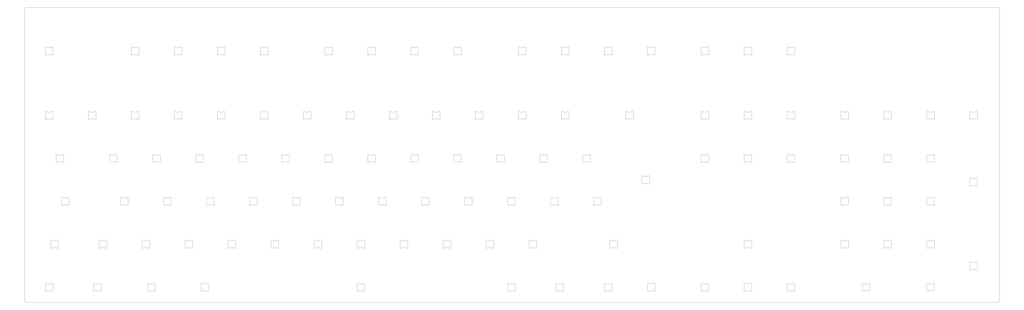
<source format=gm1>
%TF.GenerationSoftware,KiCad,Pcbnew,7.0.10*%
%TF.CreationDate,2024-01-14T19:19:27+05:30*%
%TF.ProjectId,kbd,6b62642e-6b69-4636-9164-5f7063625858,rev?*%
%TF.SameCoordinates,Original*%
%TF.FileFunction,Profile,NP*%
%FSLAX46Y46*%
G04 Gerber Fmt 4.6, Leading zero omitted, Abs format (unit mm)*
G04 Created by KiCad (PCBNEW 7.0.10) date 2024-01-14 19:19:27*
%MOMM*%
%LPD*%
G01*
G04 APERTURE LIST*
%TA.AperFunction,Profile*%
%ADD10C,0.100000*%
%TD*%
%TA.AperFunction,Profile*%
%ADD11C,0.120000*%
%TD*%
G04 APERTURE END LIST*
D10*
X515189985Y-235694927D02*
G75*
G03*
X516340072Y-234555000I10115J1139927D01*
G01*
X513715000Y-235695000D02*
X515189985Y-235694954D01*
X84375900Y-234555969D02*
G75*
G03*
X85515000Y-235695000I1139100J69D01*
G01*
X85515000Y-104805000D02*
G75*
G03*
X84385000Y-105935000I0J-1130000D01*
G01*
X441245000Y-104805000D02*
X85515000Y-104805000D01*
X516340100Y-105935000D02*
G75*
G03*
X515210073Y-104805000I-1130000J0D01*
G01*
X451245000Y-104805000D02*
X441245000Y-104805000D01*
X516340073Y-105935000D02*
X516340073Y-234555000D01*
X515210073Y-104805000D02*
X513735000Y-104805000D01*
X451245000Y-104805000D02*
X513735000Y-104805000D01*
X84385000Y-105935000D02*
X84376000Y-234555969D01*
X513715000Y-235695000D02*
X85515000Y-235695000D01*
D11*
%TO.C,U9*%
X303099872Y-122622552D02*
X303099872Y-125622552D01*
X303899872Y-125622552D02*
X305699872Y-125622552D01*
X305699872Y-122622552D02*
X303899872Y-122622552D01*
X306499872Y-125622552D02*
X306499872Y-122622552D01*
X303899872Y-122622552D02*
G75*
G03*
X303099872Y-122622552I-400000J0D01*
G01*
X303099872Y-125622552D02*
G75*
G03*
X303899872Y-125622552I400000J0D01*
G01*
X306499872Y-122622552D02*
G75*
G03*
X305699872Y-122622552I-400000J0D01*
G01*
X305699872Y-125622552D02*
G75*
G03*
X306499872Y-125622552I400000J0D01*
G01*
%TO.C,U101*%
X323169592Y-230397464D02*
X323169592Y-227397464D01*
X322369592Y-227397464D02*
X320569592Y-227397464D01*
X320569592Y-230397464D02*
X322369592Y-230397464D01*
X319769592Y-227397464D02*
X319769592Y-230397464D01*
X322369592Y-230397464D02*
G75*
G03*
X323169592Y-230397464I400000J0D01*
G01*
X323169592Y-227397464D02*
G75*
G03*
X322369592Y-227397464I-400000J0D01*
G01*
X319769592Y-230397464D02*
G75*
G03*
X320569592Y-230397464I400000J0D01*
G01*
X320569592Y-227397464D02*
G75*
G03*
X319769592Y-227397464I-400000J0D01*
G01*
%TO.C,U61*%
X130287216Y-192297496D02*
X130287216Y-189297496D01*
X129487216Y-189297496D02*
X127687216Y-189297496D01*
X127687216Y-192297496D02*
X129487216Y-192297496D01*
X126887216Y-189297496D02*
X126887216Y-192297496D01*
X129487216Y-192297496D02*
G75*
G03*
X130287216Y-192297496I400000J0D01*
G01*
X130287216Y-189297496D02*
G75*
G03*
X129487216Y-189297496I-400000J0D01*
G01*
X126887216Y-192297496D02*
G75*
G03*
X127687216Y-192297496I400000J0D01*
G01*
X127687216Y-189297496D02*
G75*
G03*
X126887216Y-189297496I-400000J0D01*
G01*
%TO.C,U32*%
X354125576Y-154197528D02*
X354125576Y-151197528D01*
X353325576Y-151197528D02*
X351525576Y-151197528D01*
X351525576Y-154197528D02*
X353325576Y-154197528D01*
X350725576Y-151197528D02*
X350725576Y-154197528D01*
X353325576Y-154197528D02*
G75*
G03*
X354125576Y-154197528I400000J0D01*
G01*
X354125576Y-151197528D02*
G75*
G03*
X353325576Y-151197528I-400000J0D01*
G01*
X350725576Y-154197528D02*
G75*
G03*
X351525576Y-154197528I400000J0D01*
G01*
X351525576Y-151197528D02*
G75*
G03*
X350725576Y-151197528I-400000J0D01*
G01*
%TO.C,U36*%
X449374576Y-154197528D02*
X449374576Y-151197528D01*
X448574576Y-151197528D02*
X446774576Y-151197528D01*
X446774576Y-154197528D02*
X448574576Y-154197528D01*
X445974576Y-151197528D02*
X445974576Y-154197528D01*
X448574576Y-154197528D02*
G75*
G03*
X449374576Y-154197528I400000J0D01*
G01*
X449374576Y-151197528D02*
G75*
G03*
X448574576Y-151197528I-400000J0D01*
G01*
X445974576Y-154197528D02*
G75*
G03*
X446774576Y-154197528I400000J0D01*
G01*
X446774576Y-151197528D02*
G75*
G03*
X445974576Y-151197528I-400000J0D01*
G01*
%TO.C,U97*%
X142195592Y-230397464D02*
X142195592Y-227397464D01*
X141395592Y-227397464D02*
X139595592Y-227397464D01*
X139595592Y-230397464D02*
X141395592Y-230397464D01*
X138795592Y-227397464D02*
X138795592Y-230397464D01*
X141395592Y-230397464D02*
G75*
G03*
X142195592Y-230397464I400000J0D01*
G01*
X142195592Y-227397464D02*
G75*
G03*
X141395592Y-227397464I-400000J0D01*
G01*
X138795592Y-230397464D02*
G75*
G03*
X139595592Y-230397464I400000J0D01*
G01*
X139595592Y-227397464D02*
G75*
G03*
X138795592Y-227397464I-400000J0D01*
G01*
%TO.C,U73*%
X361268448Y-182772504D02*
X361268448Y-179772504D01*
X360468448Y-179772504D02*
X358668448Y-179772504D01*
X358668448Y-182772504D02*
X360468448Y-182772504D01*
X357868448Y-179772504D02*
X357868448Y-182772504D01*
X360468448Y-182772504D02*
G75*
G03*
X361268448Y-182772504I400000J0D01*
G01*
X361268448Y-179772504D02*
G75*
G03*
X360468448Y-179772504I-400000J0D01*
G01*
X357868448Y-182772504D02*
G75*
G03*
X358668448Y-182772504I400000J0D01*
G01*
X358668448Y-179772504D02*
G75*
G03*
X357868448Y-179772504I-400000J0D01*
G01*
%TO.C,U98*%
X166007592Y-230397464D02*
X166007592Y-227397464D01*
X165207592Y-227397464D02*
X163407592Y-227397464D01*
X163407592Y-230397464D02*
X165207592Y-230397464D01*
X162607592Y-227397464D02*
X162607592Y-230397464D01*
X165207592Y-230397464D02*
G75*
G03*
X166007592Y-230397464I400000J0D01*
G01*
X166007592Y-227397464D02*
G75*
G03*
X165207592Y-227397464I-400000J0D01*
G01*
X162607592Y-230397464D02*
G75*
G03*
X163407592Y-230397464I400000J0D01*
G01*
X163407592Y-227397464D02*
G75*
G03*
X162607592Y-227397464I-400000J0D01*
G01*
%TO.C,U48*%
X312624720Y-170247512D02*
X312624720Y-173247512D01*
X313424720Y-173247512D02*
X315224720Y-173247512D01*
X315224720Y-170247512D02*
X313424720Y-170247512D01*
X316024720Y-173247512D02*
X316024720Y-170247512D01*
X313424720Y-170247512D02*
G75*
G03*
X312624720Y-170247512I-400000J0D01*
G01*
X312624720Y-173247512D02*
G75*
G03*
X313424720Y-173247512I400000J0D01*
G01*
X316024720Y-170247512D02*
G75*
G03*
X315224720Y-170247512I-400000J0D01*
G01*
X315224720Y-173247512D02*
G75*
G03*
X316024720Y-173247512I400000J0D01*
G01*
%TO.C,U84*%
X288812592Y-208347480D02*
X288812592Y-211347480D01*
X289612592Y-211347480D02*
X291412592Y-211347480D01*
X291412592Y-208347480D02*
X289612592Y-208347480D01*
X292212592Y-211347480D02*
X292212592Y-208347480D01*
X289612592Y-208347480D02*
G75*
G03*
X288812592Y-208347480I-400000J0D01*
G01*
X288812592Y-211347480D02*
G75*
G03*
X289612592Y-211347480I400000J0D01*
G01*
X292212592Y-208347480D02*
G75*
G03*
X291412592Y-208347480I-400000J0D01*
G01*
X291412592Y-211347480D02*
G75*
G03*
X292212592Y-211347480I400000J0D01*
G01*
%TO.C,U89*%
X193562592Y-208347480D02*
X193562592Y-211347480D01*
X194362592Y-211347480D02*
X196162592Y-211347480D01*
X196162592Y-208347480D02*
X194362592Y-208347480D01*
X196962592Y-211347480D02*
X196962592Y-208347480D01*
X194362592Y-208347480D02*
G75*
G03*
X193562592Y-208347480I-400000J0D01*
G01*
X193562592Y-211347480D02*
G75*
G03*
X194362592Y-211347480I400000J0D01*
G01*
X196962592Y-208347480D02*
G75*
G03*
X196162592Y-208347480I-400000J0D01*
G01*
X196162592Y-211347480D02*
G75*
G03*
X196962592Y-211347480I400000J0D01*
G01*
%TO.C,U100*%
X301738592Y-230397464D02*
X301738592Y-227397464D01*
X300938592Y-227397464D02*
X299138592Y-227397464D01*
X299138592Y-230397464D02*
X300938592Y-230397464D01*
X298338592Y-227397464D02*
X298338592Y-230397464D01*
X300938592Y-230397464D02*
G75*
G03*
X301738592Y-230397464I400000J0D01*
G01*
X301738592Y-227397464D02*
G75*
G03*
X300938592Y-227397464I-400000J0D01*
G01*
X298338592Y-230397464D02*
G75*
G03*
X299138592Y-230397464I400000J0D01*
G01*
X299138592Y-227397464D02*
G75*
G03*
X298338592Y-227397464I-400000J0D01*
G01*
%TO.C,U17*%
X131649888Y-122622552D02*
X131649888Y-125622552D01*
X132449888Y-125622552D02*
X134249888Y-125622552D01*
X134249888Y-122622552D02*
X132449888Y-122622552D01*
X135049888Y-125622552D02*
X135049888Y-122622552D01*
X132449888Y-122622552D02*
G75*
G03*
X131649888Y-122622552I-400000J0D01*
G01*
X131649888Y-125622552D02*
G75*
G03*
X132449888Y-125622552I400000J0D01*
G01*
X135049888Y-122622552D02*
G75*
G03*
X134249888Y-122622552I-400000J0D01*
G01*
X134249888Y-125622552D02*
G75*
G03*
X135049888Y-125622552I400000J0D01*
G01*
%TO.C,U16*%
X150699872Y-122622552D02*
X150699872Y-125622552D01*
X151499872Y-125622552D02*
X153299872Y-125622552D01*
X153299872Y-122622552D02*
X151499872Y-122622552D01*
X154099872Y-125622552D02*
X154099872Y-122622552D01*
X151499872Y-122622552D02*
G75*
G03*
X150699872Y-122622552I-400000J0D01*
G01*
X150699872Y-125622552D02*
G75*
G03*
X151499872Y-125622552I400000J0D01*
G01*
X154099872Y-122622552D02*
G75*
G03*
X153299872Y-122622552I-400000J0D01*
G01*
X153299872Y-125622552D02*
G75*
G03*
X154099872Y-125622552I400000J0D01*
G01*
%TO.C,U95*%
X96952592Y-230397464D02*
X96952592Y-227397464D01*
X96152592Y-227397464D02*
X94352592Y-227397464D01*
X94352592Y-230397464D02*
X96152592Y-230397464D01*
X93552592Y-227397464D02*
X93552592Y-230397464D01*
X96152592Y-230397464D02*
G75*
G03*
X96952592Y-230397464I400000J0D01*
G01*
X96952592Y-227397464D02*
G75*
G03*
X96152592Y-227397464I-400000J0D01*
G01*
X93552592Y-230397464D02*
G75*
G03*
X94352592Y-230397464I400000J0D01*
G01*
X94352592Y-227397464D02*
G75*
G03*
X93552592Y-227397464I-400000J0D01*
G01*
%TO.C,U54*%
X198324720Y-170247512D02*
X198324720Y-173247512D01*
X199124720Y-173247512D02*
X200924720Y-173247512D01*
X200924720Y-170247512D02*
X199124720Y-170247512D01*
X201724720Y-173247512D02*
X201724720Y-170247512D01*
X199124720Y-170247512D02*
G75*
G03*
X198324720Y-170247512I-400000J0D01*
G01*
X198324720Y-173247512D02*
G75*
G03*
X199124720Y-173247512I400000J0D01*
G01*
X201724720Y-170247512D02*
G75*
G03*
X200924720Y-170247512I-400000J0D01*
G01*
X200924720Y-173247512D02*
G75*
G03*
X201724720Y-173247512I400000J0D01*
G01*
%TO.C,U77*%
X503124576Y-217872472D02*
X503124576Y-220872472D01*
X503924576Y-220872472D02*
X505724576Y-220872472D01*
X505724576Y-217872472D02*
X503924576Y-217872472D01*
X506524576Y-220872472D02*
X506524576Y-217872472D01*
X503924576Y-217872472D02*
G75*
G03*
X503124576Y-217872472I-400000J0D01*
G01*
X503124576Y-220872472D02*
G75*
G03*
X503924576Y-220872472I400000J0D01*
G01*
X506524576Y-217872472D02*
G75*
G03*
X505724576Y-217872472I-400000J0D01*
G01*
X505724576Y-220872472D02*
G75*
G03*
X506524576Y-220872472I400000J0D01*
G01*
%TO.C,U81*%
X403112592Y-208347480D02*
X403112592Y-211347480D01*
X403912592Y-211347480D02*
X405712592Y-211347480D01*
X405712592Y-208347480D02*
X403912592Y-208347480D01*
X406512592Y-211347480D02*
X406512592Y-208347480D01*
X403912592Y-208347480D02*
G75*
G03*
X403112592Y-208347480I-400000J0D01*
G01*
X403112592Y-211347480D02*
G75*
G03*
X403912592Y-211347480I400000J0D01*
G01*
X406512592Y-208347480D02*
G75*
G03*
X405712592Y-208347480I-400000J0D01*
G01*
X405712592Y-211347480D02*
G75*
G03*
X406512592Y-211347480I400000J0D01*
G01*
%TO.C,U26*%
X230300576Y-154197528D02*
X230300576Y-151197528D01*
X229500576Y-151197528D02*
X227700576Y-151197528D01*
X227700576Y-154197528D02*
X229500576Y-154197528D01*
X226900576Y-151197528D02*
X226900576Y-154197528D01*
X229500576Y-154197528D02*
G75*
G03*
X230300576Y-154197528I400000J0D01*
G01*
X230300576Y-151197528D02*
G75*
G03*
X229500576Y-151197528I-400000J0D01*
G01*
X226900576Y-154197528D02*
G75*
G03*
X227700576Y-154197528I400000J0D01*
G01*
X227700576Y-151197528D02*
G75*
G03*
X226900576Y-151197528I-400000J0D01*
G01*
%TO.C,U35*%
X425562576Y-154197528D02*
X425562576Y-151197528D01*
X424762576Y-151197528D02*
X422962576Y-151197528D01*
X422962576Y-154197528D02*
X424762576Y-154197528D01*
X422162576Y-151197528D02*
X422162576Y-154197528D01*
X424762576Y-154197528D02*
G75*
G03*
X425562576Y-154197528I400000J0D01*
G01*
X425562576Y-151197528D02*
G75*
G03*
X424762576Y-151197528I-400000J0D01*
G01*
X422162576Y-154197528D02*
G75*
G03*
X422962576Y-154197528I400000J0D01*
G01*
X422962576Y-151197528D02*
G75*
G03*
X422162576Y-151197528I-400000J0D01*
G01*
%TO.C,U41*%
X484074592Y-170247512D02*
X484074592Y-173247512D01*
X484874592Y-173247512D02*
X486674592Y-173247512D01*
X486674592Y-170247512D02*
X484874592Y-170247512D01*
X487474592Y-173247512D02*
X487474592Y-170247512D01*
X484874592Y-170247512D02*
G75*
G03*
X484074592Y-170247512I-400000J0D01*
G01*
X484074592Y-173247512D02*
G75*
G03*
X484874592Y-173247512I400000J0D01*
G01*
X487474592Y-170247512D02*
G75*
G03*
X486674592Y-170247512I-400000J0D01*
G01*
X486674592Y-173247512D02*
G75*
G03*
X487474592Y-173247512I400000J0D01*
G01*
%TO.C,U104*%
X387462592Y-230397464D02*
X387462592Y-227397464D01*
X386662592Y-227397464D02*
X384862592Y-227397464D01*
X384862592Y-230397464D02*
X386662592Y-230397464D01*
X384062592Y-227397464D02*
X384062592Y-230397464D01*
X386662592Y-230397464D02*
G75*
G03*
X387462592Y-230397464I400000J0D01*
G01*
X387462592Y-227397464D02*
G75*
G03*
X386662592Y-227397464I-400000J0D01*
G01*
X384062592Y-230397464D02*
G75*
G03*
X384862592Y-230397464I400000J0D01*
G01*
X384862592Y-227397464D02*
G75*
G03*
X384062592Y-227397464I-400000J0D01*
G01*
%TO.C,U68*%
X263637216Y-192297496D02*
X263637216Y-189297496D01*
X262837216Y-189297496D02*
X261037216Y-189297496D01*
X261037216Y-192297496D02*
X262837216Y-192297496D01*
X260237216Y-189297496D02*
X260237216Y-192297496D01*
X262837216Y-192297496D02*
G75*
G03*
X263637216Y-192297496I400000J0D01*
G01*
X263637216Y-189297496D02*
G75*
G03*
X262837216Y-189297496I-400000J0D01*
G01*
X260237216Y-192297496D02*
G75*
G03*
X261037216Y-192297496I400000J0D01*
G01*
X261037216Y-189297496D02*
G75*
G03*
X260237216Y-189297496I-400000J0D01*
G01*
%TO.C,U93*%
X117362592Y-208347480D02*
X117362592Y-211347480D01*
X118162592Y-211347480D02*
X119962592Y-211347480D01*
X119962592Y-208347480D02*
X118162592Y-208347480D01*
X120762592Y-211347480D02*
X120762592Y-208347480D01*
X118162592Y-208347480D02*
G75*
G03*
X117362592Y-208347480I-400000J0D01*
G01*
X117362592Y-211347480D02*
G75*
G03*
X118162592Y-211347480I400000J0D01*
G01*
X120762592Y-208347480D02*
G75*
G03*
X119962592Y-208347480I-400000J0D01*
G01*
X119962592Y-211347480D02*
G75*
G03*
X120762592Y-211347480I400000J0D01*
G01*
%TO.C,U58*%
X122124720Y-170247512D02*
X122124720Y-173247512D01*
X122924720Y-173247512D02*
X124724720Y-173247512D01*
X124724720Y-170247512D02*
X122924720Y-170247512D01*
X125524720Y-173247512D02*
X125524720Y-170247512D01*
X122924720Y-170247512D02*
G75*
G03*
X122124720Y-170247512I-400000J0D01*
G01*
X122124720Y-173247512D02*
G75*
G03*
X122924720Y-173247512I400000J0D01*
G01*
X125524720Y-170247512D02*
G75*
G03*
X124724720Y-170247512I-400000J0D01*
G01*
X124724720Y-173247512D02*
G75*
G03*
X125524720Y-173247512I400000J0D01*
G01*
%TO.C,U69*%
X282687216Y-192297496D02*
X282687216Y-189297496D01*
X281887216Y-189297496D02*
X280087216Y-189297496D01*
X280087216Y-192297496D02*
X281887216Y-192297496D01*
X279287216Y-189297496D02*
X279287216Y-192297496D01*
X281887216Y-192297496D02*
G75*
G03*
X282687216Y-192297496I400000J0D01*
G01*
X282687216Y-189297496D02*
G75*
G03*
X281887216Y-189297496I-400000J0D01*
G01*
X279287216Y-192297496D02*
G75*
G03*
X280087216Y-192297496I400000J0D01*
G01*
X280087216Y-189297496D02*
G75*
G03*
X279287216Y-189297496I-400000J0D01*
G01*
%TO.C,U83*%
X307862592Y-208347480D02*
X307862592Y-211347480D01*
X308662592Y-211347480D02*
X310462592Y-211347480D01*
X310462592Y-208347480D02*
X308662592Y-208347480D01*
X311262592Y-211347480D02*
X311262592Y-208347480D01*
X308662592Y-208347480D02*
G75*
G03*
X307862592Y-208347480I-400000J0D01*
G01*
X307862592Y-211347480D02*
G75*
G03*
X308662592Y-211347480I400000J0D01*
G01*
X311262592Y-208347480D02*
G75*
G03*
X310462592Y-208347480I-400000J0D01*
G01*
X310462592Y-211347480D02*
G75*
G03*
X311262592Y-211347480I400000J0D01*
G01*
%TO.C,U25*%
X211250576Y-154197528D02*
X211250576Y-151197528D01*
X210450576Y-151197528D02*
X208650576Y-151197528D01*
X208650576Y-154197528D02*
X210450576Y-154197528D01*
X207850576Y-151197528D02*
X207850576Y-154197528D01*
X210450576Y-154197528D02*
G75*
G03*
X211250576Y-154197528I400000J0D01*
G01*
X211250576Y-151197528D02*
G75*
G03*
X210450576Y-151197528I-400000J0D01*
G01*
X207850576Y-154197528D02*
G75*
G03*
X208650576Y-154197528I400000J0D01*
G01*
X208650576Y-151197528D02*
G75*
G03*
X207850576Y-151197528I-400000J0D01*
G01*
%TO.C,U85*%
X269762592Y-208347480D02*
X269762592Y-211347480D01*
X270562592Y-211347480D02*
X272362592Y-211347480D01*
X272362592Y-208347480D02*
X270562592Y-208347480D01*
X273162592Y-211347480D02*
X273162592Y-208347480D01*
X270562592Y-208347480D02*
G75*
G03*
X269762592Y-208347480I-400000J0D01*
G01*
X269762592Y-211347480D02*
G75*
G03*
X270562592Y-211347480I400000J0D01*
G01*
X273162592Y-208347480D02*
G75*
G03*
X272362592Y-208347480I-400000J0D01*
G01*
X272362592Y-211347480D02*
G75*
G03*
X273162592Y-211347480I400000J0D01*
G01*
%TO.C,U8*%
X322149872Y-122622552D02*
X322149872Y-125622552D01*
X322949872Y-125622552D02*
X324749872Y-125622552D01*
X324749872Y-122622552D02*
X322949872Y-122622552D01*
X325549872Y-125622552D02*
X325549872Y-122622552D01*
X322949872Y-122622552D02*
G75*
G03*
X322149872Y-122622552I-400000J0D01*
G01*
X322149872Y-125622552D02*
G75*
G03*
X322949872Y-125622552I400000J0D01*
G01*
X325549872Y-122622552D02*
G75*
G03*
X324749872Y-122622552I-400000J0D01*
G01*
X324749872Y-125622552D02*
G75*
G03*
X325549872Y-125622552I400000J0D01*
G01*
%TO.C,U59*%
X98312720Y-170247512D02*
X98312720Y-173247512D01*
X99112720Y-173247512D02*
X100912720Y-173247512D01*
X100912720Y-170247512D02*
X99112720Y-170247512D01*
X101712720Y-173247512D02*
X101712720Y-170247512D01*
X99112720Y-170247512D02*
G75*
G03*
X98312720Y-170247512I-400000J0D01*
G01*
X98312720Y-173247512D02*
G75*
G03*
X99112720Y-173247512I400000J0D01*
G01*
X101712720Y-170247512D02*
G75*
G03*
X100912720Y-170247512I-400000J0D01*
G01*
X100912720Y-173247512D02*
G75*
G03*
X101712720Y-173247512I400000J0D01*
G01*
%TO.C,U102*%
X344600592Y-230397464D02*
X344600592Y-227397464D01*
X343800592Y-227397464D02*
X342000592Y-227397464D01*
X342000592Y-230397464D02*
X343800592Y-230397464D01*
X341200592Y-227397464D02*
X341200592Y-230397464D01*
X343800592Y-230397464D02*
G75*
G03*
X344600592Y-230397464I400000J0D01*
G01*
X344600592Y-227397464D02*
G75*
G03*
X343800592Y-227397464I-400000J0D01*
G01*
X341200592Y-230397464D02*
G75*
G03*
X342000592Y-230397464I400000J0D01*
G01*
X342000592Y-227397464D02*
G75*
G03*
X341200592Y-227397464I-400000J0D01*
G01*
%TO.C,U64*%
X187437216Y-192297496D02*
X187437216Y-189297496D01*
X186637216Y-189297496D02*
X184837216Y-189297496D01*
X184837216Y-192297496D02*
X186637216Y-192297496D01*
X184037216Y-189297496D02*
X184037216Y-192297496D01*
X186637216Y-192297496D02*
G75*
G03*
X187437216Y-192297496I400000J0D01*
G01*
X187437216Y-189297496D02*
G75*
G03*
X186637216Y-189297496I-400000J0D01*
G01*
X184037216Y-192297496D02*
G75*
G03*
X184837216Y-192297496I400000J0D01*
G01*
X184837216Y-189297496D02*
G75*
G03*
X184037216Y-189297496I-400000J0D01*
G01*
%TO.C,U79*%
X465024592Y-208347480D02*
X465024592Y-211347480D01*
X465824592Y-211347480D02*
X467624592Y-211347480D01*
X467624592Y-208347480D02*
X465824592Y-208347480D01*
X468424592Y-211347480D02*
X468424592Y-208347480D01*
X465824592Y-208347480D02*
G75*
G03*
X465024592Y-208347480I-400000J0D01*
G01*
X465024592Y-211347480D02*
G75*
G03*
X465824592Y-211347480I400000J0D01*
G01*
X468424592Y-208347480D02*
G75*
G03*
X467624592Y-208347480I-400000J0D01*
G01*
X467624592Y-211347480D02*
G75*
G03*
X468424592Y-211347480I400000J0D01*
G01*
%TO.C,U55*%
X179274720Y-170247512D02*
X179274720Y-173247512D01*
X180074720Y-173247512D02*
X181874720Y-173247512D01*
X181874720Y-170247512D02*
X180074720Y-170247512D01*
X182674720Y-173247512D02*
X182674720Y-170247512D01*
X180074720Y-170247512D02*
G75*
G03*
X179274720Y-170247512I-400000J0D01*
G01*
X179274720Y-173247512D02*
G75*
G03*
X180074720Y-173247512I400000J0D01*
G01*
X182674720Y-170247512D02*
G75*
G03*
X181874720Y-170247512I-400000J0D01*
G01*
X181874720Y-173247512D02*
G75*
G03*
X182674720Y-173247512I400000J0D01*
G01*
%TO.C,U40*%
X503039200Y-180750200D02*
X503039200Y-183750200D01*
X503839200Y-183750200D02*
X505639200Y-183750200D01*
X505639200Y-180750200D02*
X503839200Y-180750200D01*
X506439200Y-183750200D02*
X506439200Y-180750200D01*
X503839200Y-180750200D02*
G75*
G03*
X503039200Y-180750200I-400000J0D01*
G01*
X503039200Y-183750200D02*
G75*
G03*
X503839200Y-183750200I400000J0D01*
G01*
X506439200Y-180750200D02*
G75*
G03*
X505639200Y-180750200I-400000J0D01*
G01*
X505639200Y-183750200D02*
G75*
G03*
X506439200Y-183750200I400000J0D01*
G01*
%TO.C,U91*%
X155462592Y-208347480D02*
X155462592Y-211347480D01*
X156262592Y-211347480D02*
X158062592Y-211347480D01*
X158062592Y-208347480D02*
X156262592Y-208347480D01*
X158862592Y-211347480D02*
X158862592Y-208347480D01*
X156262592Y-208347480D02*
G75*
G03*
X155462592Y-208347480I-400000J0D01*
G01*
X155462592Y-211347480D02*
G75*
G03*
X156262592Y-211347480I400000J0D01*
G01*
X158862592Y-208347480D02*
G75*
G03*
X158062592Y-208347480I-400000J0D01*
G01*
X158062592Y-211347480D02*
G75*
G03*
X158862592Y-211347480I400000J0D01*
G01*
%TO.C,U87*%
X231662592Y-208347480D02*
X231662592Y-211347480D01*
X232462592Y-211347480D02*
X234262592Y-211347480D01*
X234262592Y-208347480D02*
X232462592Y-208347480D01*
X235062592Y-211347480D02*
X235062592Y-208347480D01*
X232462592Y-208347480D02*
G75*
G03*
X231662592Y-208347480I-400000J0D01*
G01*
X231662592Y-211347480D02*
G75*
G03*
X232462592Y-211347480I400000J0D01*
G01*
X235062592Y-208347480D02*
G75*
G03*
X234262592Y-208347480I-400000J0D01*
G01*
X234262592Y-211347480D02*
G75*
G03*
X235062592Y-211347480I400000J0D01*
G01*
%TO.C,U30*%
X306500576Y-154197528D02*
X306500576Y-151197528D01*
X305700576Y-151197528D02*
X303900576Y-151197528D01*
X303900576Y-154197528D02*
X305700576Y-154197528D01*
X303100576Y-151197528D02*
X303100576Y-154197528D01*
X305700576Y-154197528D02*
G75*
G03*
X306500576Y-154197528I400000J0D01*
G01*
X306500576Y-151197528D02*
G75*
G03*
X305700576Y-151197528I-400000J0D01*
G01*
X303100576Y-154197528D02*
G75*
G03*
X303900576Y-154197528I400000J0D01*
G01*
X303900576Y-151197528D02*
G75*
G03*
X303100576Y-151197528I-400000J0D01*
G01*
%TO.C,U107*%
X458899592Y-230397464D02*
X458899592Y-227397464D01*
X458099592Y-227397464D02*
X456299592Y-227397464D01*
X456299592Y-230397464D02*
X458099592Y-230397464D01*
X455499592Y-227397464D02*
X455499592Y-230397464D01*
X458099592Y-230397464D02*
G75*
G03*
X458899592Y-230397464I400000J0D01*
G01*
X458899592Y-227397464D02*
G75*
G03*
X458099592Y-227397464I-400000J0D01*
G01*
X455499592Y-230397464D02*
G75*
G03*
X456299592Y-230397464I400000J0D01*
G01*
X456299592Y-227397464D02*
G75*
G03*
X455499592Y-227397464I-400000J0D01*
G01*
%TO.C,U18*%
X93549920Y-122622552D02*
X93549920Y-125622552D01*
X94349920Y-125622552D02*
X96149920Y-125622552D01*
X96149920Y-122622552D02*
X94349920Y-122622552D01*
X96949920Y-125622552D02*
X96949920Y-122622552D01*
X94349920Y-122622552D02*
G75*
G03*
X93549920Y-122622552I-400000J0D01*
G01*
X93549920Y-125622552D02*
G75*
G03*
X94349920Y-125622552I400000J0D01*
G01*
X96949920Y-122622552D02*
G75*
G03*
X96149920Y-122622552I-400000J0D01*
G01*
X96149920Y-125622552D02*
G75*
G03*
X96949920Y-125622552I400000J0D01*
G01*
%TO.C,U19*%
X96950576Y-154197528D02*
X96950576Y-151197528D01*
X96150576Y-151197528D02*
X94350576Y-151197528D01*
X94350576Y-154197528D02*
X96150576Y-154197528D01*
X93550576Y-151197528D02*
X93550576Y-154197528D01*
X96150576Y-154197528D02*
G75*
G03*
X96950576Y-154197528I400000J0D01*
G01*
X96950576Y-151197528D02*
G75*
G03*
X96150576Y-151197528I-400000J0D01*
G01*
X93550576Y-154197528D02*
G75*
G03*
X94350576Y-154197528I400000J0D01*
G01*
X94350576Y-151197528D02*
G75*
G03*
X93550576Y-151197528I-400000J0D01*
G01*
%TO.C,U4*%
X403121672Y-122605352D02*
X403121672Y-125605352D01*
X403921672Y-125605352D02*
X405721672Y-125605352D01*
X405721672Y-122605352D02*
X403921672Y-122605352D01*
X406521672Y-125605352D02*
X406521672Y-122605352D01*
X403921672Y-122605352D02*
G75*
G03*
X403121672Y-122605352I-400000J0D01*
G01*
X403121672Y-125605352D02*
G75*
G03*
X403921672Y-125605352I400000J0D01*
G01*
X406521672Y-122605352D02*
G75*
G03*
X405721672Y-122605352I-400000J0D01*
G01*
X405721672Y-125605352D02*
G75*
G03*
X406521672Y-125605352I400000J0D01*
G01*
%TO.C,U76*%
X487474592Y-192297496D02*
X487474592Y-189297496D01*
X486674592Y-189297496D02*
X484874592Y-189297496D01*
X484874592Y-192297496D02*
X486674592Y-192297496D01*
X484074592Y-189297496D02*
X484074592Y-192297496D01*
X486674592Y-192297496D02*
G75*
G03*
X487474592Y-192297496I400000J0D01*
G01*
X487474592Y-189297496D02*
G75*
G03*
X486674592Y-189297496I-400000J0D01*
G01*
X484074592Y-192297496D02*
G75*
G03*
X484874592Y-192297496I400000J0D01*
G01*
X484874592Y-189297496D02*
G75*
G03*
X484074592Y-189297496I-400000J0D01*
G01*
%TO.C,U52*%
X236424720Y-170247512D02*
X236424720Y-173247512D01*
X237224720Y-173247512D02*
X239024720Y-173247512D01*
X239024720Y-170247512D02*
X237224720Y-170247512D01*
X239824720Y-173247512D02*
X239824720Y-170247512D01*
X237224720Y-170247512D02*
G75*
G03*
X236424720Y-170247512I-400000J0D01*
G01*
X236424720Y-173247512D02*
G75*
G03*
X237224720Y-173247512I400000J0D01*
G01*
X239824720Y-170247512D02*
G75*
G03*
X239024720Y-170247512I-400000J0D01*
G01*
X239024720Y-173247512D02*
G75*
G03*
X239824720Y-173247512I400000J0D01*
G01*
%TO.C,U56*%
X160224720Y-170247512D02*
X160224720Y-173247512D01*
X161024720Y-173247512D02*
X162824720Y-173247512D01*
X162824720Y-170247512D02*
X161024720Y-170247512D01*
X163624720Y-173247512D02*
X163624720Y-170247512D01*
X161024720Y-170247512D02*
G75*
G03*
X160224720Y-170247512I-400000J0D01*
G01*
X160224720Y-173247512D02*
G75*
G03*
X161024720Y-173247512I400000J0D01*
G01*
X163624720Y-170247512D02*
G75*
G03*
X162824720Y-170247512I-400000J0D01*
G01*
X162824720Y-173247512D02*
G75*
G03*
X163624720Y-173247512I400000J0D01*
G01*
%TO.C,U3*%
X422149672Y-122607352D02*
X422149672Y-125607352D01*
X422949672Y-125607352D02*
X424749672Y-125607352D01*
X424749672Y-122607352D02*
X422949672Y-122607352D01*
X425549672Y-125607352D02*
X425549672Y-122607352D01*
X422949672Y-122607352D02*
G75*
G03*
X422149672Y-122607352I-400000J0D01*
G01*
X422149672Y-125607352D02*
G75*
G03*
X422949672Y-125607352I400000J0D01*
G01*
X425549672Y-122607352D02*
G75*
G03*
X424749672Y-122607352I-400000J0D01*
G01*
X424749672Y-125607352D02*
G75*
G03*
X425549672Y-125607352I400000J0D01*
G01*
%TO.C,U44*%
X422162592Y-170247512D02*
X422162592Y-173247512D01*
X422962592Y-173247512D02*
X424762592Y-173247512D01*
X424762592Y-170247512D02*
X422962592Y-170247512D01*
X425562592Y-173247512D02*
X425562592Y-170247512D01*
X422962592Y-170247512D02*
G75*
G03*
X422162592Y-170247512I-400000J0D01*
G01*
X422162592Y-173247512D02*
G75*
G03*
X422962592Y-173247512I400000J0D01*
G01*
X425562592Y-170247512D02*
G75*
G03*
X424762592Y-170247512I-400000J0D01*
G01*
X424762592Y-173247512D02*
G75*
G03*
X425562592Y-173247512I400000J0D01*
G01*
%TO.C,U37*%
X468424576Y-154197528D02*
X468424576Y-151197528D01*
X467624576Y-151197528D02*
X465824576Y-151197528D01*
X465824576Y-154197528D02*
X467624576Y-154197528D01*
X465024576Y-151197528D02*
X465024576Y-154197528D01*
X467624576Y-154197528D02*
G75*
G03*
X468424576Y-154197528I400000J0D01*
G01*
X468424576Y-151197528D02*
G75*
G03*
X467624576Y-151197528I-400000J0D01*
G01*
X465024576Y-154197528D02*
G75*
G03*
X465824576Y-154197528I400000J0D01*
G01*
X465824576Y-151197528D02*
G75*
G03*
X465024576Y-151197528I-400000J0D01*
G01*
%TO.C,U47*%
X331674720Y-170247512D02*
X331674720Y-173247512D01*
X332474720Y-173247512D02*
X334274720Y-173247512D01*
X334274720Y-170247512D02*
X332474720Y-170247512D01*
X335074720Y-173247512D02*
X335074720Y-170247512D01*
X332474720Y-170247512D02*
G75*
G03*
X331674720Y-170247512I-400000J0D01*
G01*
X331674720Y-173247512D02*
G75*
G03*
X332474720Y-173247512I400000J0D01*
G01*
X335074720Y-170247512D02*
G75*
G03*
X334274720Y-170247512I-400000J0D01*
G01*
X334274720Y-173247512D02*
G75*
G03*
X335074720Y-173247512I400000J0D01*
G01*
%TO.C,U34*%
X406512576Y-154197528D02*
X406512576Y-151197528D01*
X405712576Y-151197528D02*
X403912576Y-151197528D01*
X403912576Y-154197528D02*
X405712576Y-154197528D01*
X403112576Y-151197528D02*
X403112576Y-154197528D01*
X405712576Y-154197528D02*
G75*
G03*
X406512576Y-154197528I400000J0D01*
G01*
X406512576Y-151197528D02*
G75*
G03*
X405712576Y-151197528I-400000J0D01*
G01*
X403112576Y-154197528D02*
G75*
G03*
X403912576Y-154197528I400000J0D01*
G01*
X403912576Y-151197528D02*
G75*
G03*
X403112576Y-151197528I-400000J0D01*
G01*
%TO.C,U15*%
X169749872Y-122622552D02*
X169749872Y-125622552D01*
X170549872Y-125622552D02*
X172349872Y-125622552D01*
X172349872Y-122622552D02*
X170549872Y-122622552D01*
X173149872Y-125622552D02*
X173149872Y-122622552D01*
X170549872Y-122622552D02*
G75*
G03*
X169749872Y-122622552I-400000J0D01*
G01*
X169749872Y-125622552D02*
G75*
G03*
X170549872Y-125622552I400000J0D01*
G01*
X173149872Y-122622552D02*
G75*
G03*
X172349872Y-122622552I-400000J0D01*
G01*
X172349872Y-125622552D02*
G75*
G03*
X173149872Y-125622552I400000J0D01*
G01*
%TO.C,U38*%
X487474576Y-154197528D02*
X487474576Y-151197528D01*
X486674576Y-151197528D02*
X484874576Y-151197528D01*
X484874576Y-154197528D02*
X486674576Y-154197528D01*
X484074576Y-151197528D02*
X484074576Y-154197528D01*
X486674576Y-154197528D02*
G75*
G03*
X487474576Y-154197528I400000J0D01*
G01*
X487474576Y-151197528D02*
G75*
G03*
X486674576Y-151197528I-400000J0D01*
G01*
X484074576Y-154197528D02*
G75*
G03*
X484874576Y-154197528I400000J0D01*
G01*
X484874576Y-151197528D02*
G75*
G03*
X484074576Y-151197528I-400000J0D01*
G01*
%TO.C,U99*%
X235063592Y-230397464D02*
X235063592Y-227397464D01*
X234263592Y-227397464D02*
X232463592Y-227397464D01*
X232463592Y-230397464D02*
X234263592Y-230397464D01*
X231663592Y-227397464D02*
X231663592Y-230397464D01*
X234263592Y-230397464D02*
G75*
G03*
X235063592Y-230397464I400000J0D01*
G01*
X235063592Y-227397464D02*
G75*
G03*
X234263592Y-227397464I-400000J0D01*
G01*
X231663592Y-230397464D02*
G75*
G03*
X232463592Y-230397464I400000J0D01*
G01*
X232463592Y-227397464D02*
G75*
G03*
X231663592Y-227397464I-400000J0D01*
G01*
%TO.C,U51*%
X255474720Y-170247512D02*
X255474720Y-173247512D01*
X256274720Y-173247512D02*
X258074720Y-173247512D01*
X258074720Y-170247512D02*
X256274720Y-170247512D01*
X258874720Y-173247512D02*
X258874720Y-170247512D01*
X256274720Y-170247512D02*
G75*
G03*
X255474720Y-170247512I-400000J0D01*
G01*
X255474720Y-173247512D02*
G75*
G03*
X256274720Y-173247512I400000J0D01*
G01*
X258874720Y-170247512D02*
G75*
G03*
X258074720Y-170247512I-400000J0D01*
G01*
X258074720Y-173247512D02*
G75*
G03*
X258874720Y-173247512I400000J0D01*
G01*
%TO.C,U6*%
X360249872Y-122622552D02*
X360249872Y-125622552D01*
X361049872Y-125622552D02*
X362849872Y-125622552D01*
X362849872Y-122622552D02*
X361049872Y-122622552D01*
X363649872Y-125622552D02*
X363649872Y-122622552D01*
X361049872Y-122622552D02*
G75*
G03*
X360249872Y-122622552I-400000J0D01*
G01*
X360249872Y-125622552D02*
G75*
G03*
X361049872Y-125622552I400000J0D01*
G01*
X363649872Y-122622552D02*
G75*
G03*
X362849872Y-122622552I-400000J0D01*
G01*
X362849872Y-125622552D02*
G75*
G03*
X363649872Y-125622552I400000J0D01*
G01*
%TO.C,U65*%
X206487216Y-192297496D02*
X206487216Y-189297496D01*
X205687216Y-189297496D02*
X203887216Y-189297496D01*
X203887216Y-192297496D02*
X205687216Y-192297496D01*
X203087216Y-189297496D02*
X203087216Y-192297496D01*
X205687216Y-192297496D02*
G75*
G03*
X206487216Y-192297496I400000J0D01*
G01*
X206487216Y-189297496D02*
G75*
G03*
X205687216Y-189297496I-400000J0D01*
G01*
X203087216Y-192297496D02*
G75*
G03*
X203887216Y-192297496I400000J0D01*
G01*
X203887216Y-189297496D02*
G75*
G03*
X203087216Y-189297496I-400000J0D01*
G01*
%TO.C,U92*%
X136412592Y-208347480D02*
X136412592Y-211347480D01*
X137212592Y-211347480D02*
X139012592Y-211347480D01*
X139012592Y-208347480D02*
X137212592Y-208347480D01*
X139812592Y-211347480D02*
X139812592Y-208347480D01*
X137212592Y-208347480D02*
G75*
G03*
X136412592Y-208347480I-400000J0D01*
G01*
X136412592Y-211347480D02*
G75*
G03*
X137212592Y-211347480I400000J0D01*
G01*
X139812592Y-208347480D02*
G75*
G03*
X139012592Y-208347480I-400000J0D01*
G01*
X139012592Y-211347480D02*
G75*
G03*
X139812592Y-211347480I400000J0D01*
G01*
%TO.C,U7*%
X341199872Y-122622552D02*
X341199872Y-125622552D01*
X341999872Y-125622552D02*
X343799872Y-125622552D01*
X343799872Y-122622552D02*
X341999872Y-122622552D01*
X344599872Y-125622552D02*
X344599872Y-122622552D01*
X341999872Y-122622552D02*
G75*
G03*
X341199872Y-122622552I-400000J0D01*
G01*
X341199872Y-125622552D02*
G75*
G03*
X341999872Y-125622552I400000J0D01*
G01*
X344599872Y-122622552D02*
G75*
G03*
X343799872Y-122622552I-400000J0D01*
G01*
X343799872Y-125622552D02*
G75*
G03*
X344599872Y-125622552I400000J0D01*
G01*
%TO.C,U86*%
X250712592Y-208347480D02*
X250712592Y-211347480D01*
X251512592Y-211347480D02*
X253312592Y-211347480D01*
X253312592Y-208347480D02*
X251512592Y-208347480D01*
X254112592Y-211347480D02*
X254112592Y-208347480D01*
X251512592Y-208347480D02*
G75*
G03*
X250712592Y-208347480I-400000J0D01*
G01*
X250712592Y-211347480D02*
G75*
G03*
X251512592Y-211347480I400000J0D01*
G01*
X254112592Y-208347480D02*
G75*
G03*
X253312592Y-208347480I-400000J0D01*
G01*
X253312592Y-211347480D02*
G75*
G03*
X254112592Y-211347480I400000J0D01*
G01*
%TO.C,U45*%
X403112592Y-170247512D02*
X403112592Y-173247512D01*
X403912592Y-173247512D02*
X405712592Y-173247512D01*
X405712592Y-170247512D02*
X403912592Y-170247512D01*
X406512592Y-173247512D02*
X406512592Y-170247512D01*
X403912592Y-170247512D02*
G75*
G03*
X403112592Y-170247512I-400000J0D01*
G01*
X403112592Y-173247512D02*
G75*
G03*
X403912592Y-173247512I400000J0D01*
G01*
X406512592Y-170247512D02*
G75*
G03*
X405712592Y-170247512I-400000J0D01*
G01*
X405712592Y-173247512D02*
G75*
G03*
X406512592Y-173247512I400000J0D01*
G01*
%TO.C,U49*%
X293574720Y-170247512D02*
X293574720Y-173247512D01*
X294374720Y-173247512D02*
X296174720Y-173247512D01*
X296174720Y-170247512D02*
X294374720Y-170247512D01*
X296974720Y-173247512D02*
X296974720Y-170247512D01*
X294374720Y-170247512D02*
G75*
G03*
X293574720Y-170247512I-400000J0D01*
G01*
X293574720Y-173247512D02*
G75*
G03*
X294374720Y-173247512I400000J0D01*
G01*
X296974720Y-170247512D02*
G75*
G03*
X296174720Y-170247512I-400000J0D01*
G01*
X296174720Y-173247512D02*
G75*
G03*
X296974720Y-173247512I400000J0D01*
G01*
%TO.C,U43*%
X445974592Y-170247512D02*
X445974592Y-173247512D01*
X446774592Y-173247512D02*
X448574592Y-173247512D01*
X448574592Y-170247512D02*
X446774592Y-170247512D01*
X449374592Y-173247512D02*
X449374592Y-170247512D01*
X446774592Y-170247512D02*
G75*
G03*
X445974592Y-170247512I-400000J0D01*
G01*
X445974592Y-173247512D02*
G75*
G03*
X446774592Y-173247512I400000J0D01*
G01*
X449374592Y-170247512D02*
G75*
G03*
X448574592Y-170247512I-400000J0D01*
G01*
X448574592Y-173247512D02*
G75*
G03*
X449374592Y-173247512I400000J0D01*
G01*
%TO.C,U70*%
X301737216Y-192297496D02*
X301737216Y-189297496D01*
X300937216Y-189297496D02*
X299137216Y-189297496D01*
X299137216Y-192297496D02*
X300937216Y-192297496D01*
X298337216Y-189297496D02*
X298337216Y-192297496D01*
X300937216Y-192297496D02*
G75*
G03*
X301737216Y-192297496I400000J0D01*
G01*
X301737216Y-189297496D02*
G75*
G03*
X300937216Y-189297496I-400000J0D01*
G01*
X298337216Y-192297496D02*
G75*
G03*
X299137216Y-192297496I400000J0D01*
G01*
X299137216Y-189297496D02*
G75*
G03*
X298337216Y-189297496I-400000J0D01*
G01*
%TO.C,U28*%
X268400576Y-154197528D02*
X268400576Y-151197528D01*
X267600576Y-151197528D02*
X265800576Y-151197528D01*
X265800576Y-154197528D02*
X267600576Y-154197528D01*
X265000576Y-151197528D02*
X265000576Y-154197528D01*
X267600576Y-154197528D02*
G75*
G03*
X268400576Y-154197528I400000J0D01*
G01*
X268400576Y-151197528D02*
G75*
G03*
X267600576Y-151197528I-400000J0D01*
G01*
X265000576Y-154197528D02*
G75*
G03*
X265800576Y-154197528I400000J0D01*
G01*
X265800576Y-151197528D02*
G75*
G03*
X265000576Y-151197528I-400000J0D01*
G01*
%TO.C,U94*%
X95931592Y-208347480D02*
X95931592Y-211347480D01*
X96731592Y-211347480D02*
X98531592Y-211347480D01*
X98531592Y-208347480D02*
X96731592Y-208347480D01*
X99331592Y-211347480D02*
X99331592Y-208347480D01*
X96731592Y-208347480D02*
G75*
G03*
X95931592Y-208347480I-400000J0D01*
G01*
X95931592Y-211347480D02*
G75*
G03*
X96731592Y-211347480I400000J0D01*
G01*
X99331592Y-208347480D02*
G75*
G03*
X98531592Y-208347480I-400000J0D01*
G01*
X98531592Y-211347480D02*
G75*
G03*
X99331592Y-211347480I400000J0D01*
G01*
%TO.C,U13*%
X217374872Y-122622552D02*
X217374872Y-125622552D01*
X218174872Y-125622552D02*
X219974872Y-125622552D01*
X219974872Y-122622552D02*
X218174872Y-122622552D01*
X220774872Y-125622552D02*
X220774872Y-122622552D01*
X218174872Y-122622552D02*
G75*
G03*
X217374872Y-122622552I-400000J0D01*
G01*
X217374872Y-125622552D02*
G75*
G03*
X218174872Y-125622552I400000J0D01*
G01*
X220774872Y-122622552D02*
G75*
G03*
X219974872Y-122622552I-400000J0D01*
G01*
X219974872Y-125622552D02*
G75*
G03*
X220774872Y-125622552I400000J0D01*
G01*
%TO.C,U50*%
X274524720Y-170247512D02*
X274524720Y-173247512D01*
X275324720Y-173247512D02*
X277124720Y-173247512D01*
X277124720Y-170247512D02*
X275324720Y-170247512D01*
X277924720Y-173247512D02*
X277924720Y-170247512D01*
X275324720Y-170247512D02*
G75*
G03*
X274524720Y-170247512I-400000J0D01*
G01*
X274524720Y-173247512D02*
G75*
G03*
X275324720Y-173247512I400000J0D01*
G01*
X277924720Y-170247512D02*
G75*
G03*
X277124720Y-170247512I-400000J0D01*
G01*
X277124720Y-173247512D02*
G75*
G03*
X277924720Y-173247512I400000J0D01*
G01*
%TO.C,U67*%
X244587216Y-192297496D02*
X244587216Y-189297496D01*
X243787216Y-189297496D02*
X241987216Y-189297496D01*
X241987216Y-192297496D02*
X243787216Y-192297496D01*
X241187216Y-189297496D02*
X241187216Y-192297496D01*
X243787216Y-192297496D02*
G75*
G03*
X244587216Y-192297496I400000J0D01*
G01*
X244587216Y-189297496D02*
G75*
G03*
X243787216Y-189297496I-400000J0D01*
G01*
X241187216Y-192297496D02*
G75*
G03*
X241987216Y-192297496I400000J0D01*
G01*
X241987216Y-189297496D02*
G75*
G03*
X241187216Y-189297496I-400000J0D01*
G01*
%TO.C,U33*%
X387462576Y-154197528D02*
X387462576Y-151197528D01*
X386662576Y-151197528D02*
X384862576Y-151197528D01*
X384862576Y-154197528D02*
X386662576Y-154197528D01*
X384062576Y-151197528D02*
X384062576Y-154197528D01*
X386662576Y-154197528D02*
G75*
G03*
X387462576Y-154197528I400000J0D01*
G01*
X387462576Y-151197528D02*
G75*
G03*
X386662576Y-151197528I-400000J0D01*
G01*
X384062576Y-154197528D02*
G75*
G03*
X384862576Y-154197528I400000J0D01*
G01*
X384862576Y-151197528D02*
G75*
G03*
X384062576Y-151197528I-400000J0D01*
G01*
%TO.C,U57*%
X141174720Y-170247512D02*
X141174720Y-173247512D01*
X141974720Y-173247512D02*
X143774720Y-173247512D01*
X143774720Y-170247512D02*
X141974720Y-170247512D01*
X144574720Y-173247512D02*
X144574720Y-170247512D01*
X141974720Y-170247512D02*
G75*
G03*
X141174720Y-170247512I-400000J0D01*
G01*
X141174720Y-173247512D02*
G75*
G03*
X141974720Y-173247512I400000J0D01*
G01*
X144574720Y-170247512D02*
G75*
G03*
X143774720Y-170247512I-400000J0D01*
G01*
X143774720Y-173247512D02*
G75*
G03*
X144574720Y-173247512I400000J0D01*
G01*
%TO.C,U39*%
X506524576Y-154197528D02*
X506524576Y-151197528D01*
X505724576Y-151197528D02*
X503924576Y-151197528D01*
X503924576Y-154197528D02*
X505724576Y-154197528D01*
X503124576Y-151197528D02*
X503124576Y-154197528D01*
X505724576Y-154197528D02*
G75*
G03*
X506524576Y-154197528I400000J0D01*
G01*
X506524576Y-151197528D02*
G75*
G03*
X505724576Y-151197528I-400000J0D01*
G01*
X503124576Y-154197528D02*
G75*
G03*
X503924576Y-154197528I400000J0D01*
G01*
X503924576Y-151197528D02*
G75*
G03*
X503124576Y-151197528I-400000J0D01*
G01*
%TO.C,U106*%
X425562592Y-230397464D02*
X425562592Y-227397464D01*
X424762592Y-227397464D02*
X422962592Y-227397464D01*
X422962592Y-230397464D02*
X424762592Y-230397464D01*
X422162592Y-227397464D02*
X422162592Y-230397464D01*
X424762592Y-230397464D02*
G75*
G03*
X425562592Y-230397464I400000J0D01*
G01*
X425562592Y-227397464D02*
G75*
G03*
X424762592Y-227397464I-400000J0D01*
G01*
X422162592Y-230397464D02*
G75*
G03*
X422962592Y-230397464I400000J0D01*
G01*
X422962592Y-227397464D02*
G75*
G03*
X422162592Y-227397464I-400000J0D01*
G01*
%TO.C,U5*%
X384049672Y-122607352D02*
X384049672Y-125607352D01*
X384849672Y-125607352D02*
X386649672Y-125607352D01*
X386649672Y-122607352D02*
X384849672Y-122607352D01*
X387449672Y-125607352D02*
X387449672Y-122607352D01*
X384849672Y-122607352D02*
G75*
G03*
X384049672Y-122607352I-400000J0D01*
G01*
X384049672Y-125607352D02*
G75*
G03*
X384849672Y-125607352I400000J0D01*
G01*
X387449672Y-122607352D02*
G75*
G03*
X386649672Y-122607352I-400000J0D01*
G01*
X386649672Y-125607352D02*
G75*
G03*
X387449672Y-125607352I400000J0D01*
G01*
%TO.C,U23*%
X173150576Y-154197528D02*
X173150576Y-151197528D01*
X172350576Y-151197528D02*
X170550576Y-151197528D01*
X170550576Y-154197528D02*
X172350576Y-154197528D01*
X169750576Y-151197528D02*
X169750576Y-154197528D01*
X172350576Y-154197528D02*
G75*
G03*
X173150576Y-154197528I400000J0D01*
G01*
X173150576Y-151197528D02*
G75*
G03*
X172350576Y-151197528I-400000J0D01*
G01*
X169750576Y-154197528D02*
G75*
G03*
X170550576Y-154197528I400000J0D01*
G01*
X170550576Y-151197528D02*
G75*
G03*
X169750576Y-151197528I-400000J0D01*
G01*
%TO.C,U108*%
X487474592Y-230397464D02*
X487474592Y-227397464D01*
X486674592Y-227397464D02*
X484874592Y-227397464D01*
X484874592Y-230397464D02*
X486674592Y-230397464D01*
X484074592Y-227397464D02*
X484074592Y-230397464D01*
X486674592Y-230397464D02*
G75*
G03*
X487474592Y-230397464I400000J0D01*
G01*
X487474592Y-227397464D02*
G75*
G03*
X486674592Y-227397464I-400000J0D01*
G01*
X484074592Y-230397464D02*
G75*
G03*
X484874592Y-230397464I400000J0D01*
G01*
X484874592Y-227397464D02*
G75*
G03*
X484074592Y-227397464I-400000J0D01*
G01*
%TO.C,U72*%
X339837216Y-192297496D02*
X339837216Y-189297496D01*
X339037216Y-189297496D02*
X337237216Y-189297496D01*
X337237216Y-192297496D02*
X339037216Y-192297496D01*
X336437216Y-189297496D02*
X336437216Y-192297496D01*
X339037216Y-192297496D02*
G75*
G03*
X339837216Y-192297496I400000J0D01*
G01*
X339837216Y-189297496D02*
G75*
G03*
X339037216Y-189297496I-400000J0D01*
G01*
X336437216Y-192297496D02*
G75*
G03*
X337237216Y-192297496I400000J0D01*
G01*
X337237216Y-189297496D02*
G75*
G03*
X336437216Y-189297496I-400000J0D01*
G01*
%TO.C,U88*%
X212612592Y-208347480D02*
X212612592Y-211347480D01*
X213412592Y-211347480D02*
X215212592Y-211347480D01*
X215212592Y-208347480D02*
X213412592Y-208347480D01*
X216012592Y-211347480D02*
X216012592Y-208347480D01*
X213412592Y-208347480D02*
G75*
G03*
X212612592Y-208347480I-400000J0D01*
G01*
X212612592Y-211347480D02*
G75*
G03*
X213412592Y-211347480I400000J0D01*
G01*
X216012592Y-208347480D02*
G75*
G03*
X215212592Y-208347480I-400000J0D01*
G01*
X215212592Y-211347480D02*
G75*
G03*
X216012592Y-211347480I400000J0D01*
G01*
%TO.C,U62*%
X149337216Y-192297496D02*
X149337216Y-189297496D01*
X148537216Y-189297496D02*
X146737216Y-189297496D01*
X146737216Y-192297496D02*
X148537216Y-192297496D01*
X145937216Y-189297496D02*
X145937216Y-192297496D01*
X148537216Y-192297496D02*
G75*
G03*
X149337216Y-192297496I400000J0D01*
G01*
X149337216Y-189297496D02*
G75*
G03*
X148537216Y-189297496I-400000J0D01*
G01*
X145937216Y-192297496D02*
G75*
G03*
X146737216Y-192297496I400000J0D01*
G01*
X146737216Y-189297496D02*
G75*
G03*
X145937216Y-189297496I-400000J0D01*
G01*
%TO.C,U27*%
X249350576Y-154197528D02*
X249350576Y-151197528D01*
X248550576Y-151197528D02*
X246750576Y-151197528D01*
X246750576Y-154197528D02*
X248550576Y-154197528D01*
X245950576Y-151197528D02*
X245950576Y-154197528D01*
X248550576Y-154197528D02*
G75*
G03*
X249350576Y-154197528I400000J0D01*
G01*
X249350576Y-151197528D02*
G75*
G03*
X248550576Y-151197528I-400000J0D01*
G01*
X245950576Y-154197528D02*
G75*
G03*
X246750576Y-154197528I400000J0D01*
G01*
X246750576Y-151197528D02*
G75*
G03*
X245950576Y-151197528I-400000J0D01*
G01*
%TO.C,U53*%
X217374720Y-170247512D02*
X217374720Y-173247512D01*
X218174720Y-173247512D02*
X219974720Y-173247512D01*
X219974720Y-170247512D02*
X218174720Y-170247512D01*
X220774720Y-173247512D02*
X220774720Y-170247512D01*
X218174720Y-170247512D02*
G75*
G03*
X217374720Y-170247512I-400000J0D01*
G01*
X217374720Y-173247512D02*
G75*
G03*
X218174720Y-173247512I400000J0D01*
G01*
X220774720Y-170247512D02*
G75*
G03*
X219974720Y-170247512I-400000J0D01*
G01*
X219974720Y-173247512D02*
G75*
G03*
X220774720Y-173247512I400000J0D01*
G01*
%TO.C,U60*%
X104093216Y-192297496D02*
X104093216Y-189297496D01*
X103293216Y-189297496D02*
X101493216Y-189297496D01*
X101493216Y-192297496D02*
X103293216Y-192297496D01*
X100693216Y-189297496D02*
X100693216Y-192297496D01*
X103293216Y-192297496D02*
G75*
G03*
X104093216Y-192297496I400000J0D01*
G01*
X104093216Y-189297496D02*
G75*
G03*
X103293216Y-189297496I-400000J0D01*
G01*
X100693216Y-192297496D02*
G75*
G03*
X101493216Y-192297496I400000J0D01*
G01*
X101493216Y-189297496D02*
G75*
G03*
X100693216Y-189297496I-400000J0D01*
G01*
%TO.C,U11*%
X255474872Y-122622552D02*
X255474872Y-125622552D01*
X256274872Y-125622552D02*
X258074872Y-125622552D01*
X258074872Y-122622552D02*
X256274872Y-122622552D01*
X258874872Y-125622552D02*
X258874872Y-122622552D01*
X256274872Y-122622552D02*
G75*
G03*
X255474872Y-122622552I-400000J0D01*
G01*
X255474872Y-125622552D02*
G75*
G03*
X256274872Y-125622552I400000J0D01*
G01*
X258874872Y-122622552D02*
G75*
G03*
X258074872Y-122622552I-400000J0D01*
G01*
X258074872Y-125622552D02*
G75*
G03*
X258874872Y-125622552I400000J0D01*
G01*
%TO.C,U29*%
X287450576Y-154197528D02*
X287450576Y-151197528D01*
X286650576Y-151197528D02*
X284850576Y-151197528D01*
X284850576Y-154197528D02*
X286650576Y-154197528D01*
X284050576Y-151197528D02*
X284050576Y-154197528D01*
X286650576Y-154197528D02*
G75*
G03*
X287450576Y-154197528I400000J0D01*
G01*
X287450576Y-151197528D02*
G75*
G03*
X286650576Y-151197528I-400000J0D01*
G01*
X284050576Y-154197528D02*
G75*
G03*
X284850576Y-154197528I400000J0D01*
G01*
X284850576Y-151197528D02*
G75*
G03*
X284050576Y-151197528I-400000J0D01*
G01*
%TO.C,U103*%
X363650592Y-230397464D02*
X363650592Y-227397464D01*
X362850592Y-227397464D02*
X361050592Y-227397464D01*
X361050592Y-230397464D02*
X362850592Y-230397464D01*
X360250592Y-227397464D02*
X360250592Y-230397464D01*
X362850592Y-230397464D02*
G75*
G03*
X363650592Y-230397464I400000J0D01*
G01*
X363650592Y-227397464D02*
G75*
G03*
X362850592Y-227397464I-400000J0D01*
G01*
X360250592Y-230397464D02*
G75*
G03*
X361050592Y-230397464I400000J0D01*
G01*
X361050592Y-227397464D02*
G75*
G03*
X360250592Y-227397464I-400000J0D01*
G01*
%TO.C,U71*%
X320787216Y-192297496D02*
X320787216Y-189297496D01*
X319987216Y-189297496D02*
X318187216Y-189297496D01*
X318187216Y-192297496D02*
X319987216Y-192297496D01*
X317387216Y-189297496D02*
X317387216Y-192297496D01*
X319987216Y-192297496D02*
G75*
G03*
X320787216Y-192297496I400000J0D01*
G01*
X320787216Y-189297496D02*
G75*
G03*
X319987216Y-189297496I-400000J0D01*
G01*
X317387216Y-192297496D02*
G75*
G03*
X318187216Y-192297496I400000J0D01*
G01*
X318187216Y-189297496D02*
G75*
G03*
X317387216Y-189297496I-400000J0D01*
G01*
%TO.C,U66*%
X225537216Y-192297496D02*
X225537216Y-189297496D01*
X224737216Y-189297496D02*
X222937216Y-189297496D01*
X222937216Y-192297496D02*
X224737216Y-192297496D01*
X222137216Y-189297496D02*
X222137216Y-192297496D01*
X224737216Y-192297496D02*
G75*
G03*
X225537216Y-192297496I400000J0D01*
G01*
X225537216Y-189297496D02*
G75*
G03*
X224737216Y-189297496I-400000J0D01*
G01*
X222137216Y-192297496D02*
G75*
G03*
X222937216Y-192297496I400000J0D01*
G01*
X222937216Y-189297496D02*
G75*
G03*
X222137216Y-189297496I-400000J0D01*
G01*
%TO.C,U96*%
X118383592Y-230397464D02*
X118383592Y-227397464D01*
X117583592Y-227397464D02*
X115783592Y-227397464D01*
X115783592Y-230397464D02*
X117583592Y-230397464D01*
X114983592Y-227397464D02*
X114983592Y-230397464D01*
X117583592Y-230397464D02*
G75*
G03*
X118383592Y-230397464I400000J0D01*
G01*
X118383592Y-227397464D02*
G75*
G03*
X117583592Y-227397464I-400000J0D01*
G01*
X114983592Y-230397464D02*
G75*
G03*
X115783592Y-230397464I400000J0D01*
G01*
X115783592Y-227397464D02*
G75*
G03*
X114983592Y-227397464I-400000J0D01*
G01*
%TO.C,U42*%
X465024592Y-170247512D02*
X465024592Y-173247512D01*
X465824592Y-173247512D02*
X467624592Y-173247512D01*
X467624592Y-170247512D02*
X465824592Y-170247512D01*
X468424592Y-173247512D02*
X468424592Y-170247512D01*
X465824592Y-170247512D02*
G75*
G03*
X465024592Y-170247512I-400000J0D01*
G01*
X465024592Y-173247512D02*
G75*
G03*
X465824592Y-173247512I400000J0D01*
G01*
X468424592Y-170247512D02*
G75*
G03*
X467624592Y-170247512I-400000J0D01*
G01*
X467624592Y-173247512D02*
G75*
G03*
X468424592Y-173247512I400000J0D01*
G01*
%TO.C,U105*%
X406512592Y-230397464D02*
X406512592Y-227397464D01*
X405712592Y-227397464D02*
X403912592Y-227397464D01*
X403912592Y-230397464D02*
X405712592Y-230397464D01*
X403112592Y-227397464D02*
X403112592Y-230397464D01*
X405712592Y-230397464D02*
G75*
G03*
X406512592Y-230397464I400000J0D01*
G01*
X406512592Y-227397464D02*
G75*
G03*
X405712592Y-227397464I-400000J0D01*
G01*
X403112592Y-230397464D02*
G75*
G03*
X403912592Y-230397464I400000J0D01*
G01*
X403912592Y-227397464D02*
G75*
G03*
X403112592Y-227397464I-400000J0D01*
G01*
%TO.C,U14*%
X188799872Y-122622552D02*
X188799872Y-125622552D01*
X189599872Y-125622552D02*
X191399872Y-125622552D01*
X191399872Y-122622552D02*
X189599872Y-122622552D01*
X192199872Y-125622552D02*
X192199872Y-122622552D01*
X189599872Y-122622552D02*
G75*
G03*
X188799872Y-122622552I-400000J0D01*
G01*
X188799872Y-125622552D02*
G75*
G03*
X189599872Y-125622552I400000J0D01*
G01*
X192199872Y-122622552D02*
G75*
G03*
X191399872Y-122622552I-400000J0D01*
G01*
X191399872Y-125622552D02*
G75*
G03*
X192199872Y-125622552I400000J0D01*
G01*
%TO.C,U20*%
X116000576Y-154197528D02*
X116000576Y-151197528D01*
X115200576Y-151197528D02*
X113400576Y-151197528D01*
X113400576Y-154197528D02*
X115200576Y-154197528D01*
X112600576Y-151197528D02*
X112600576Y-154197528D01*
X115200576Y-154197528D02*
G75*
G03*
X116000576Y-154197528I400000J0D01*
G01*
X116000576Y-151197528D02*
G75*
G03*
X115200576Y-151197528I-400000J0D01*
G01*
X112600576Y-154197528D02*
G75*
G03*
X113400576Y-154197528I400000J0D01*
G01*
X113400576Y-151197528D02*
G75*
G03*
X112600576Y-151197528I-400000J0D01*
G01*
%TO.C,U10*%
X274524872Y-122622552D02*
X274524872Y-125622552D01*
X275324872Y-125622552D02*
X277124872Y-125622552D01*
X277124872Y-122622552D02*
X275324872Y-122622552D01*
X277924872Y-125622552D02*
X277924872Y-122622552D01*
X275324872Y-122622552D02*
G75*
G03*
X274524872Y-122622552I-400000J0D01*
G01*
X274524872Y-125622552D02*
G75*
G03*
X275324872Y-125622552I400000J0D01*
G01*
X277924872Y-122622552D02*
G75*
G03*
X277124872Y-122622552I-400000J0D01*
G01*
X277124872Y-125622552D02*
G75*
G03*
X277924872Y-125622552I400000J0D01*
G01*
%TO.C,U22*%
X154100576Y-154197528D02*
X154100576Y-151197528D01*
X153300576Y-151197528D02*
X151500576Y-151197528D01*
X151500576Y-154197528D02*
X153300576Y-154197528D01*
X150700576Y-151197528D02*
X150700576Y-154197528D01*
X153300576Y-154197528D02*
G75*
G03*
X154100576Y-154197528I400000J0D01*
G01*
X154100576Y-151197528D02*
G75*
G03*
X153300576Y-151197528I-400000J0D01*
G01*
X150700576Y-154197528D02*
G75*
G03*
X151500576Y-154197528I400000J0D01*
G01*
X151500576Y-151197528D02*
G75*
G03*
X150700576Y-151197528I-400000J0D01*
G01*
%TO.C,U21*%
X135050576Y-154197528D02*
X135050576Y-151197528D01*
X134250576Y-151197528D02*
X132450576Y-151197528D01*
X132450576Y-154197528D02*
X134250576Y-154197528D01*
X131650576Y-151197528D02*
X131650576Y-154197528D01*
X134250576Y-154197528D02*
G75*
G03*
X135050576Y-154197528I400000J0D01*
G01*
X135050576Y-151197528D02*
G75*
G03*
X134250576Y-151197528I-400000J0D01*
G01*
X131650576Y-154197528D02*
G75*
G03*
X132450576Y-154197528I400000J0D01*
G01*
X132450576Y-151197528D02*
G75*
G03*
X131650576Y-151197528I-400000J0D01*
G01*
%TO.C,U90*%
X174512592Y-208347480D02*
X174512592Y-211347480D01*
X175312592Y-211347480D02*
X177112592Y-211347480D01*
X177112592Y-208347480D02*
X175312592Y-208347480D01*
X177912592Y-211347480D02*
X177912592Y-208347480D01*
X175312592Y-208347480D02*
G75*
G03*
X174512592Y-208347480I-400000J0D01*
G01*
X174512592Y-211347480D02*
G75*
G03*
X175312592Y-211347480I400000J0D01*
G01*
X177912592Y-208347480D02*
G75*
G03*
X177112592Y-208347480I-400000J0D01*
G01*
X177112592Y-211347480D02*
G75*
G03*
X177912592Y-211347480I400000J0D01*
G01*
%TO.C,U75*%
X468424608Y-192297496D02*
X468424608Y-189297496D01*
X467624608Y-189297496D02*
X465824608Y-189297496D01*
X465824608Y-192297496D02*
X467624608Y-192297496D01*
X465024608Y-189297496D02*
X465024608Y-192297496D01*
X467624608Y-192297496D02*
G75*
G03*
X468424608Y-192297496I400000J0D01*
G01*
X468424608Y-189297496D02*
G75*
G03*
X467624608Y-189297496I-400000J0D01*
G01*
X465024608Y-192297496D02*
G75*
G03*
X465824608Y-192297496I400000J0D01*
G01*
X465824608Y-189297496D02*
G75*
G03*
X465024608Y-189297496I-400000J0D01*
G01*
%TO.C,U78*%
X484074592Y-208347480D02*
X484074592Y-211347480D01*
X484874592Y-211347480D02*
X486674592Y-211347480D01*
X486674592Y-208347480D02*
X484874592Y-208347480D01*
X487474592Y-211347480D02*
X487474592Y-208347480D01*
X484874592Y-208347480D02*
G75*
G03*
X484074592Y-208347480I-400000J0D01*
G01*
X484074592Y-211347480D02*
G75*
G03*
X484874592Y-211347480I400000J0D01*
G01*
X487474592Y-208347480D02*
G75*
G03*
X486674592Y-208347480I-400000J0D01*
G01*
X486674592Y-211347480D02*
G75*
G03*
X487474592Y-211347480I400000J0D01*
G01*
%TO.C,U74*%
X449374624Y-192297496D02*
X449374624Y-189297496D01*
X448574624Y-189297496D02*
X446774624Y-189297496D01*
X446774624Y-192297496D02*
X448574624Y-192297496D01*
X445974624Y-189297496D02*
X445974624Y-192297496D01*
X448574624Y-192297496D02*
G75*
G03*
X449374624Y-192297496I400000J0D01*
G01*
X449374624Y-189297496D02*
G75*
G03*
X448574624Y-189297496I-400000J0D01*
G01*
X445974624Y-192297496D02*
G75*
G03*
X446774624Y-192297496I400000J0D01*
G01*
X446774624Y-189297496D02*
G75*
G03*
X445974624Y-189297496I-400000J0D01*
G01*
%TO.C,U82*%
X343581592Y-208347480D02*
X343581592Y-211347480D01*
X344381592Y-211347480D02*
X346181592Y-211347480D01*
X346181592Y-208347480D02*
X344381592Y-208347480D01*
X346981592Y-211347480D02*
X346981592Y-208347480D01*
X344381592Y-208347480D02*
G75*
G03*
X343581592Y-208347480I-400000J0D01*
G01*
X343581592Y-211347480D02*
G75*
G03*
X344381592Y-211347480I400000J0D01*
G01*
X346981592Y-208347480D02*
G75*
G03*
X346181592Y-208347480I-400000J0D01*
G01*
X346181592Y-211347480D02*
G75*
G03*
X346981592Y-211347480I400000J0D01*
G01*
%TO.C,U31*%
X325550576Y-154197528D02*
X325550576Y-151197528D01*
X324750576Y-151197528D02*
X322950576Y-151197528D01*
X322950576Y-154197528D02*
X324750576Y-154197528D01*
X322150576Y-151197528D02*
X322150576Y-154197528D01*
X324750576Y-154197528D02*
G75*
G03*
X325550576Y-154197528I400000J0D01*
G01*
X325550576Y-151197528D02*
G75*
G03*
X324750576Y-151197528I-400000J0D01*
G01*
X322150576Y-154197528D02*
G75*
G03*
X322950576Y-154197528I400000J0D01*
G01*
X322950576Y-151197528D02*
G75*
G03*
X322150576Y-151197528I-400000J0D01*
G01*
%TO.C,U24*%
X192200576Y-154197528D02*
X192200576Y-151197528D01*
X191400576Y-151197528D02*
X189600576Y-151197528D01*
X189600576Y-154197528D02*
X191400576Y-154197528D01*
X188800576Y-151197528D02*
X188800576Y-154197528D01*
X191400576Y-154197528D02*
G75*
G03*
X192200576Y-154197528I400000J0D01*
G01*
X192200576Y-151197528D02*
G75*
G03*
X191400576Y-151197528I-400000J0D01*
G01*
X188800576Y-154197528D02*
G75*
G03*
X189600576Y-154197528I400000J0D01*
G01*
X189600576Y-151197528D02*
G75*
G03*
X188800576Y-151197528I-400000J0D01*
G01*
%TO.C,U63*%
X168387216Y-192297496D02*
X168387216Y-189297496D01*
X167587216Y-189297496D02*
X165787216Y-189297496D01*
X165787216Y-192297496D02*
X167587216Y-192297496D01*
X164987216Y-189297496D02*
X164987216Y-192297496D01*
X167587216Y-192297496D02*
G75*
G03*
X168387216Y-192297496I400000J0D01*
G01*
X168387216Y-189297496D02*
G75*
G03*
X167587216Y-189297496I-400000J0D01*
G01*
X164987216Y-192297496D02*
G75*
G03*
X165787216Y-192297496I400000J0D01*
G01*
X165787216Y-189297496D02*
G75*
G03*
X164987216Y-189297496I-400000J0D01*
G01*
%TO.C,U12*%
X236424872Y-122622552D02*
X236424872Y-125622552D01*
X237224872Y-125622552D02*
X239024872Y-125622552D01*
X239024872Y-122622552D02*
X237224872Y-122622552D01*
X239824872Y-125622552D02*
X239824872Y-122622552D01*
X237224872Y-122622552D02*
G75*
G03*
X236424872Y-122622552I-400000J0D01*
G01*
X236424872Y-125622552D02*
G75*
G03*
X237224872Y-125622552I400000J0D01*
G01*
X239824872Y-122622552D02*
G75*
G03*
X239024872Y-122622552I-400000J0D01*
G01*
X239024872Y-125622552D02*
G75*
G03*
X239824872Y-125622552I400000J0D01*
G01*
%TO.C,U46*%
X384062592Y-170247512D02*
X384062592Y-173247512D01*
X384862592Y-173247512D02*
X386662592Y-173247512D01*
X386662592Y-170247512D02*
X384862592Y-170247512D01*
X387462592Y-173247512D02*
X387462592Y-170247512D01*
X384862592Y-170247512D02*
G75*
G03*
X384062592Y-170247512I-400000J0D01*
G01*
X384062592Y-173247512D02*
G75*
G03*
X384862592Y-173247512I400000J0D01*
G01*
X387462592Y-170247512D02*
G75*
G03*
X386662592Y-170247512I-400000J0D01*
G01*
X386662592Y-173247512D02*
G75*
G03*
X387462592Y-173247512I400000J0D01*
G01*
%TO.C,U80*%
X445974592Y-208347480D02*
X445974592Y-211347480D01*
X446774592Y-211347480D02*
X448574592Y-211347480D01*
X448574592Y-208347480D02*
X446774592Y-208347480D01*
X449374592Y-211347480D02*
X449374592Y-208347480D01*
X446774592Y-208347480D02*
G75*
G03*
X445974592Y-208347480I-400000J0D01*
G01*
X445974592Y-211347480D02*
G75*
G03*
X446774592Y-211347480I400000J0D01*
G01*
X449374592Y-208347480D02*
G75*
G03*
X448574592Y-208347480I-400000J0D01*
G01*
X448574592Y-211347480D02*
G75*
G03*
X449374592Y-211347480I400000J0D01*
G01*
%TD*%
M02*

</source>
